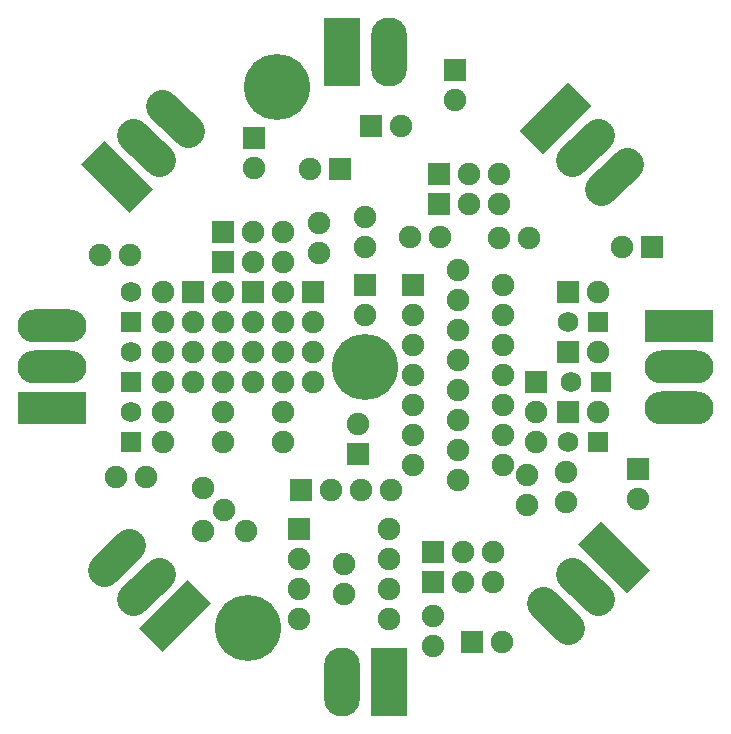
<source format=gbs>
G04 (created by PCBNEW-RS274X (2012-apr-16-27)-stable) date Mon 30 Jun 2014 11:26:30 PM CST*
G01*
G70*
G90*
%MOIN*%
G04 Gerber Fmt 3.4, Leading zero omitted, Abs format*
%FSLAX34Y34*%
G04 APERTURE LIST*
%ADD10C,0.006000*%
%ADD11C,0.075000*%
%ADD12R,0.075000X0.075000*%
%ADD13C,0.220000*%
%ADD14R,0.068000X0.068000*%
%ADD15C,0.068000*%
%ADD16R,0.120000X0.230000*%
%ADD17O,0.120000X0.230000*%
%ADD18C,0.110000*%
%ADD19R,0.230000X0.110000*%
%ADD20O,0.230000X0.110000*%
G04 APERTURE END LIST*
G54D10*
G54D11*
X42093Y-44043D03*
X42800Y-44750D03*
X43507Y-45457D03*
X42093Y-45457D03*
G54D12*
X54250Y-37500D03*
G54D11*
X55250Y-37500D03*
G54D12*
X54250Y-41500D03*
G54D11*
X55250Y-41500D03*
G54D12*
X47500Y-37250D03*
G54D11*
X47500Y-38250D03*
G54D12*
X45300Y-45400D03*
G54D11*
X45300Y-46400D03*
X45300Y-47400D03*
X45300Y-48400D03*
X48300Y-48400D03*
X48300Y-47400D03*
X48300Y-46400D03*
X48300Y-45400D03*
G54D12*
X49100Y-37250D03*
G54D11*
X49100Y-38250D03*
X49100Y-39250D03*
X49100Y-40250D03*
X49100Y-41250D03*
X49100Y-42250D03*
X49100Y-43250D03*
X52100Y-43250D03*
X52100Y-42250D03*
X52100Y-41250D03*
X52100Y-40250D03*
X52100Y-39250D03*
X52100Y-38250D03*
X52100Y-37250D03*
X49750Y-48300D03*
X49750Y-49300D03*
X46800Y-46550D03*
X46800Y-47550D03*
X50600Y-36750D03*
X50600Y-37750D03*
X50600Y-41750D03*
X50600Y-40750D03*
X50600Y-42750D03*
X50600Y-43750D03*
X50600Y-39750D03*
X50600Y-38750D03*
X49000Y-35650D03*
X50000Y-35650D03*
X52950Y-35700D03*
X51950Y-35700D03*
X52900Y-44600D03*
X52900Y-43600D03*
X54200Y-44500D03*
X54200Y-43500D03*
X39650Y-36250D03*
X38650Y-36250D03*
X45950Y-36200D03*
X45950Y-35200D03*
X47500Y-36000D03*
X47500Y-35000D03*
X56600Y-44400D03*
G54D12*
X56600Y-43400D03*
G54D11*
X40200Y-43650D03*
X39200Y-43650D03*
G54D13*
X47500Y-40000D03*
G54D14*
X55250Y-42500D03*
G54D15*
X54250Y-42500D03*
G54D14*
X39700Y-42500D03*
G54D15*
X39700Y-41500D03*
G54D14*
X55350Y-40500D03*
G54D15*
X54350Y-40500D03*
G54D14*
X39700Y-40500D03*
G54D15*
X39700Y-39500D03*
G54D14*
X55250Y-38500D03*
G54D15*
X54250Y-38500D03*
G54D14*
X39700Y-38500D03*
G54D15*
X39700Y-37500D03*
G54D11*
X40750Y-38500D03*
X40750Y-37500D03*
X42750Y-38500D03*
X42750Y-37500D03*
X44750Y-38500D03*
X44750Y-37500D03*
X40750Y-40500D03*
X40750Y-39500D03*
X42750Y-40500D03*
X42750Y-39500D03*
X44750Y-40500D03*
X44750Y-39500D03*
X40750Y-42500D03*
X40750Y-41500D03*
X42750Y-42500D03*
X42750Y-41500D03*
X44750Y-42500D03*
X44750Y-41500D03*
X52050Y-49150D03*
G54D12*
X51050Y-49150D03*
G54D11*
X45650Y-33400D03*
G54D12*
X46650Y-33400D03*
G54D11*
X43800Y-33350D03*
G54D12*
X43800Y-32350D03*
G54D11*
X47250Y-41900D03*
G54D12*
X47250Y-42900D03*
G54D11*
X50500Y-31100D03*
G54D12*
X50500Y-30100D03*
G54D11*
X48700Y-31950D03*
G54D12*
X47700Y-31950D03*
G54D11*
X56050Y-36000D03*
G54D12*
X57050Y-36000D03*
X54250Y-39500D03*
G54D11*
X55250Y-39500D03*
G54D13*
X44550Y-30650D03*
X43600Y-48700D03*
G54D12*
X45750Y-37500D03*
G54D11*
X45750Y-38500D03*
X45750Y-39500D03*
X45750Y-40500D03*
G54D12*
X43750Y-37500D03*
G54D11*
X43750Y-38500D03*
X43750Y-39500D03*
X43750Y-40500D03*
G54D12*
X45350Y-44100D03*
G54D11*
X46350Y-44100D03*
X47350Y-44100D03*
X48350Y-44100D03*
G54D12*
X41750Y-37500D03*
G54D11*
X41750Y-38500D03*
X41750Y-39500D03*
X41750Y-40500D03*
G54D16*
X48280Y-50500D03*
G54D17*
X46720Y-50500D03*
G54D16*
X46720Y-29500D03*
G54D17*
X48280Y-29500D03*
G54D10*
G36*
X42358Y-47868D02*
X40732Y-49494D01*
X39954Y-48716D01*
X41580Y-47090D01*
X42358Y-47868D01*
X42358Y-47868D01*
G37*
G54D18*
X39758Y-47742D02*
X40606Y-46894D01*
X38784Y-46768D02*
X39632Y-45920D01*
G54D19*
X37050Y-41378D03*
G54D20*
X37050Y-40000D03*
X37050Y-38622D03*
G54D10*
G36*
X39632Y-34858D02*
X38006Y-33232D01*
X38784Y-32454D01*
X40410Y-34080D01*
X39632Y-34858D01*
X39632Y-34858D01*
G37*
G54D18*
X39758Y-32258D02*
X40606Y-33106D01*
X40732Y-31284D02*
X41580Y-32132D01*
G54D10*
G36*
X52642Y-32132D02*
X54268Y-30506D01*
X55046Y-31284D01*
X53420Y-32910D01*
X52642Y-32132D01*
X52642Y-32132D01*
G37*
G54D18*
X55242Y-32258D02*
X54394Y-33106D01*
X56216Y-33232D02*
X55368Y-34080D01*
G54D19*
X57950Y-38622D03*
G54D20*
X57950Y-40000D03*
X57950Y-41378D03*
G54D10*
G36*
X55368Y-45142D02*
X56994Y-46768D01*
X56216Y-47546D01*
X54590Y-45920D01*
X55368Y-45142D01*
X55368Y-45142D01*
G37*
G54D18*
X55242Y-47742D02*
X54394Y-46894D01*
X54268Y-48716D02*
X53420Y-47868D01*
G54D12*
X49950Y-34550D03*
G54D11*
X50950Y-34550D03*
X51950Y-34550D03*
G54D12*
X49950Y-33550D03*
G54D11*
X50950Y-33550D03*
X51950Y-33550D03*
G54D12*
X42750Y-36500D03*
G54D11*
X43750Y-36500D03*
X44750Y-36500D03*
G54D12*
X42750Y-35500D03*
G54D11*
X43750Y-35500D03*
X44750Y-35500D03*
G54D12*
X49750Y-46150D03*
G54D11*
X50750Y-46150D03*
X51750Y-46150D03*
G54D12*
X49750Y-47150D03*
G54D11*
X50750Y-47150D03*
X51750Y-47150D03*
G54D12*
X53200Y-40500D03*
G54D11*
X53200Y-41500D03*
X53200Y-42500D03*
M02*

</source>
